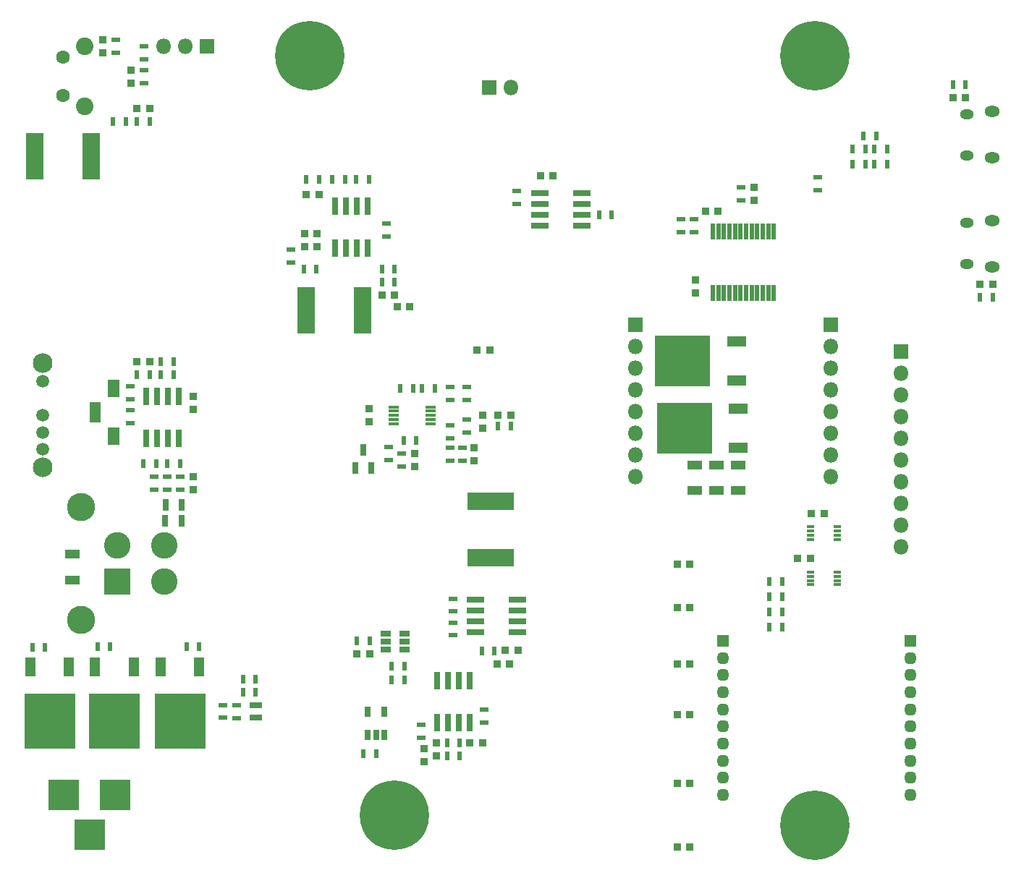
<source format=gbr>
G04 #@! TF.FileFunction,Soldermask,Bot*
%FSLAX46Y46*%
G04 Gerber Fmt 4.6, Leading zero omitted, Abs format (unit mm)*
G04 Created by KiCad (PCBNEW 4.0.7) date 11/28/18 07:40:14*
%MOMM*%
%LPD*%
G01*
G04 APERTURE LIST*
%ADD10C,0.100000*%
%ADD11C,8.101600*%
%ADD12R,0.901600X0.851600*%
%ADD13R,0.701600X2.101600*%
%ADD14O,1.601600X1.201600*%
%ADD15O,1.801600X1.301600*%
%ADD16R,0.851600X0.901600*%
%ADD17R,2.101600X5.401600*%
%ADD18R,3.601600X3.601600*%
%ADD19R,3.101600X3.101600*%
%ADD20C,3.101600*%
%ADD21C,3.301600*%
%ADD22R,1.451600X1.451600*%
%ADD23O,1.451600X1.451600*%
%ADD24R,1.801600X1.801600*%
%ADD25O,1.801600X1.801600*%
%ADD26R,1.301600X2.301600*%
%ADD27R,5.901600X6.501600*%
%ADD28R,0.501600X0.651600*%
%ADD29R,0.601600X1.001600*%
%ADD30R,1.001600X0.601600*%
%ADD31R,0.801600X1.401600*%
%ADD32R,0.740000X1.190000*%
%ADD33R,1.161600X0.751600*%
%ADD34R,2.101600X0.701600*%
%ADD35R,0.901600X0.401600*%
%ADD36R,1.701600X1.101600*%
%ADD37C,1.599600*%
%ADD38C,2.051600*%
%ADD39C,1.501600*%
%ADD40C,2.301600*%
%ADD41R,0.551600X1.851600*%
%ADD42R,5.401600X2.101600*%
%ADD43R,1.201600X0.351600*%
%ADD44R,0.740000X1.440000*%
%ADD45R,2.301600X1.301600*%
%ADD46R,6.501600X5.901600*%
%ADD47R,1.801600X1.001600*%
G04 APERTURE END LIST*
D10*
G36*
X12070020Y-45278280D02*
X12070020Y-47682020D01*
X10761290Y-47682020D01*
X10761290Y-45278280D01*
X12070020Y-45278280D01*
G37*
G36*
X14220020Y-42670440D02*
X14220020Y-44682020D01*
X12918039Y-44682020D01*
X12918039Y-42670440D01*
X14220020Y-42670440D01*
G37*
G36*
X14220020Y-48285250D02*
X14220020Y-50282020D01*
X12918857Y-50282020D01*
X12918857Y-48285250D01*
X14220020Y-48285250D01*
G37*
D11*
X36512500Y-4762500D03*
X95646240Y-4762500D03*
X95646240Y-94853760D03*
D12*
X81014020Y-69342020D03*
X79514020Y-69342020D03*
D13*
X51435020Y-77941020D03*
X52705020Y-77941020D03*
X55245020Y-77941020D03*
X55245020Y-82841020D03*
X53975020Y-82841020D03*
X52705020Y-82841020D03*
X51435020Y-82841020D03*
X53975020Y-77941020D03*
D14*
X113380000Y-29170000D03*
X113380000Y-24330000D03*
D15*
X116380000Y-29480000D03*
X116380000Y-24020000D03*
D16*
X51308020Y-86729020D03*
X51308020Y-85229020D03*
X49911020Y-87364020D03*
X49911020Y-85864020D03*
D12*
X55269020Y-85217020D03*
X56769020Y-85217020D03*
X17820968Y-10906658D03*
X16320968Y-10906658D03*
D16*
X37351830Y-25598682D03*
X37351830Y-27098682D03*
D12*
X37593830Y-21014682D03*
X36093830Y-21014682D03*
X44970020Y-32766020D03*
X46470020Y-32766020D03*
D16*
X56769020Y-48363020D03*
X56769020Y-46863020D03*
X35921810Y-25565662D03*
X35921810Y-27065662D03*
X22887770Y-54030938D03*
X22887770Y-55530938D03*
X22887770Y-46132938D03*
X22887770Y-44632938D03*
D12*
X16295770Y-40556938D03*
X17795770Y-40556938D03*
X65012020Y-18796020D03*
X63512020Y-18796020D03*
D16*
X12286000Y-4400000D03*
X12286000Y-2900000D03*
D12*
X114914000Y-31543248D03*
X116414000Y-31543248D03*
D16*
X88486000Y-20172000D03*
X88486000Y-21672000D03*
D12*
X93611020Y-63627020D03*
X95111020Y-63627020D03*
X96686097Y-58320007D03*
X95186097Y-58320007D03*
D16*
X81661020Y-30988020D03*
X81661020Y-32488020D03*
X55753020Y-50685020D03*
X55753020Y-52185020D03*
D12*
X42016000Y-74770000D03*
X43516000Y-74770000D03*
X59415000Y-74389000D03*
X60915000Y-74389000D03*
X59920020Y-75946020D03*
X58420020Y-75946020D03*
D17*
X42668020Y-34544020D03*
X36068020Y-34544020D03*
X4320020Y-16510020D03*
X10920020Y-16510020D03*
D18*
X13750000Y-91281900D03*
X7750000Y-91281900D03*
X10750000Y-95981900D03*
D19*
X14000000Y-66278800D03*
D20*
X14000000Y-62078800D03*
X19500000Y-66278800D03*
X19500000Y-62078800D03*
D21*
X9800000Y-70778800D03*
X9800000Y-57578800D03*
D22*
X84838000Y-73270000D03*
D23*
X84838000Y-75270000D03*
X84838000Y-77270000D03*
X84838000Y-79270000D03*
X84838000Y-81270000D03*
X84838000Y-83270000D03*
X84838000Y-85270000D03*
X84838000Y-87270000D03*
X84838000Y-89270000D03*
X84838000Y-91270000D03*
D22*
X106838000Y-73270000D03*
D23*
X106838000Y-75270000D03*
X106838000Y-77270000D03*
X106838000Y-79270000D03*
X106838000Y-81270000D03*
X106838000Y-83270000D03*
X106838000Y-85270000D03*
X106838000Y-87270000D03*
X106838000Y-89270000D03*
X106838000Y-91270000D03*
D24*
X74614000Y-36230000D03*
D25*
X74614000Y-38770000D03*
X74614000Y-41310000D03*
X74614000Y-43850000D03*
X74614000Y-46390000D03*
X74614000Y-48930000D03*
X74614000Y-51470000D03*
X74614000Y-54010000D03*
D24*
X97474000Y-36230000D03*
D25*
X97474000Y-38770000D03*
X97474000Y-41310000D03*
X97474000Y-43850000D03*
X97474000Y-46390000D03*
X97474000Y-48930000D03*
X97474000Y-51470000D03*
X97474000Y-54010000D03*
D24*
X57498000Y-8476000D03*
D25*
X60038000Y-8476000D03*
D26*
X19056020Y-76318020D03*
X23616020Y-76318020D03*
D27*
X21336020Y-82618020D03*
D26*
X11370000Y-76318020D03*
X15930000Y-76318020D03*
D27*
X13650000Y-82618020D03*
D26*
X3816020Y-76318020D03*
X8376020Y-76318020D03*
D27*
X6096020Y-82618020D03*
D28*
X29726020Y-82259020D03*
X30226020Y-82259020D03*
X30726020Y-82259020D03*
X30726020Y-80809020D03*
X30226020Y-80809020D03*
X29726020Y-80809020D03*
D29*
X42778000Y-86454000D03*
X44278000Y-86454000D03*
D30*
X49530020Y-83070020D03*
X49530020Y-84570020D03*
D29*
X54090020Y-86741020D03*
X52590020Y-86741020D03*
D30*
X56896020Y-82792020D03*
X56896020Y-81292020D03*
D29*
X52590020Y-85217020D03*
X54090020Y-85217020D03*
X13526968Y-12430658D03*
X15026968Y-12430658D03*
X16328568Y-12489058D03*
X17828568Y-12489058D03*
X36093830Y-19236682D03*
X37593830Y-19236682D03*
X41935830Y-19236682D03*
X43435830Y-19236682D03*
X39141830Y-19236682D03*
X40641830Y-19236682D03*
X44970020Y-29718020D03*
X46470020Y-29718020D03*
X46470020Y-31242020D03*
X44970020Y-31242020D03*
X60059020Y-48133020D03*
X58559020Y-48133020D03*
D30*
X34290020Y-27444020D03*
X34290020Y-28944020D03*
X47244020Y-51320020D03*
X47244020Y-52820020D03*
X45466020Y-25896020D03*
X45466020Y-24396020D03*
D29*
X35826020Y-29718020D03*
X37326020Y-29718020D03*
X23610020Y-73914020D03*
X22110020Y-73914020D03*
X13196020Y-73914020D03*
X11696020Y-73914020D03*
X5576020Y-74041020D03*
X4076020Y-74041020D03*
D30*
X27940020Y-80784020D03*
X27940020Y-82284020D03*
D29*
X28714020Y-77724020D03*
X30214020Y-77724020D03*
D30*
X26383000Y-80751000D03*
X26383000Y-82251000D03*
X18315770Y-54030938D03*
X18315770Y-55530938D03*
X21363770Y-55530938D03*
X21363770Y-54030938D03*
X19839770Y-54030938D03*
X19839770Y-55530938D03*
D29*
X18557770Y-52494938D03*
X17057770Y-52494938D03*
X21351770Y-52494938D03*
X19851770Y-52494938D03*
D31*
X19651770Y-57320938D03*
X21551770Y-57320938D03*
D30*
X15494020Y-46240020D03*
X15494020Y-47740020D03*
D29*
X19089770Y-40556938D03*
X20589770Y-40556938D03*
X17795770Y-42080938D03*
X16295770Y-42080938D03*
D30*
X15494020Y-44946020D03*
X15494020Y-43446020D03*
D29*
X20589770Y-42080938D03*
X19089770Y-42080938D03*
X71870020Y-23368020D03*
X70370020Y-23368020D03*
D30*
X60706000Y-20586020D03*
X60706000Y-22086020D03*
X13810000Y-2900000D03*
X13810000Y-4400000D03*
D29*
X100037618Y-17476082D03*
X101537618Y-17476082D03*
X100037618Y-15698082D03*
X101537618Y-15698082D03*
X102565618Y-17476082D03*
X104065618Y-17476082D03*
X102577618Y-15698082D03*
X104077618Y-15698082D03*
D30*
X95961618Y-20512082D03*
X95961618Y-19012082D03*
X86962000Y-20172000D03*
X86962000Y-21672000D03*
D29*
X116414000Y-33067248D03*
X114914000Y-33067248D03*
X90278513Y-68105849D03*
X91778513Y-68105849D03*
X90278513Y-69883849D03*
X91778513Y-69883849D03*
X91778513Y-66327849D03*
X90278513Y-66327849D03*
X91778513Y-71661849D03*
X90278513Y-71661849D03*
D30*
X52959020Y-50685020D03*
X52959020Y-52185020D03*
X54356020Y-52185020D03*
X54356020Y-50685020D03*
D29*
X46113020Y-76200020D03*
X47613020Y-76200020D03*
X46113020Y-77851020D03*
X47613020Y-77851020D03*
X58142020Y-74422020D03*
X56642020Y-74422020D03*
X43516000Y-73246000D03*
X42016000Y-73246000D03*
D30*
X53307000Y-69805000D03*
X53307000Y-68305000D03*
X53307000Y-72599000D03*
X53307000Y-71099000D03*
D32*
X45240000Y-81548000D03*
X43340000Y-81548000D03*
X43340000Y-84248000D03*
X44290000Y-84248000D03*
X45240000Y-84248000D03*
D13*
X39510830Y-22374682D03*
X40780830Y-22374682D03*
X43320830Y-22374682D03*
X43320830Y-27274682D03*
X42050830Y-27274682D03*
X40780830Y-27274682D03*
X39510830Y-27274682D03*
X42050830Y-22374682D03*
X21178370Y-49552538D03*
X19908370Y-49552538D03*
X17368370Y-49552538D03*
X17368370Y-44652538D03*
X18638370Y-44652538D03*
X19908370Y-44652538D03*
X21178370Y-44652538D03*
X18638370Y-49552538D03*
D33*
X45382000Y-74290000D03*
X45382000Y-73340000D03*
X45382000Y-72390000D03*
X47582000Y-72390000D03*
X47582000Y-74290000D03*
X47582000Y-73340000D03*
D34*
X55937000Y-72230000D03*
X55937000Y-70960000D03*
X55937000Y-68420000D03*
X60837000Y-68420000D03*
X60837000Y-69690000D03*
X60837000Y-70960000D03*
X60837000Y-72230000D03*
X55937000Y-69690000D03*
X68337600Y-20802600D03*
X68337600Y-22072600D03*
X68337600Y-24612600D03*
X63437600Y-24612600D03*
X63437600Y-23342600D03*
X63437600Y-22072600D03*
X63437600Y-20802600D03*
X68337600Y-23342600D03*
D35*
X98240497Y-65182407D03*
X98240497Y-65682407D03*
X98240497Y-66182407D03*
X98240497Y-66682407D03*
X95140497Y-66682407D03*
X95140497Y-66182407D03*
X95140497Y-65682407D03*
X95140497Y-65182407D03*
X98248097Y-59856007D03*
X98248097Y-60356007D03*
X98248097Y-60856007D03*
X98248097Y-61356007D03*
X95148097Y-61356007D03*
X95148097Y-60856007D03*
X95148097Y-60356007D03*
X95148097Y-59856007D03*
D30*
X45720020Y-50558020D03*
X45720020Y-52058020D03*
D29*
X30214020Y-79248020D03*
X28714020Y-79248020D03*
D36*
X8730000Y-66110000D03*
X8730000Y-63110000D03*
D24*
X24478000Y-3650000D03*
D25*
X21938000Y-3650000D03*
X19398000Y-3650000D03*
D24*
X105664000Y-39370000D03*
D25*
X105664000Y-41910000D03*
X105664000Y-44450000D03*
X105664000Y-46990000D03*
X105664000Y-49530000D03*
X105664000Y-52070000D03*
X105664000Y-54610000D03*
X105664000Y-57150000D03*
X105664000Y-59690000D03*
X105664000Y-62230000D03*
D37*
X7675000Y-4893800D03*
X7675000Y-9393800D03*
D38*
X10165000Y-3638800D03*
X10165000Y-10648800D03*
D39*
X5325000Y-50832600D03*
X5325000Y-48832600D03*
X5325000Y-46832600D03*
D40*
X5325000Y-52932600D03*
X5325000Y-40732600D03*
D39*
X5325000Y-42832600D03*
D30*
X17112000Y-3662000D03*
X17112000Y-5162000D03*
X17112000Y-6456000D03*
X17112000Y-7956000D03*
D16*
X15588000Y-7956000D03*
X15588000Y-6456000D03*
D41*
X83674020Y-25356020D03*
X84324020Y-25356020D03*
X84974020Y-25356020D03*
X85624020Y-25356020D03*
X86274020Y-25356020D03*
X86924020Y-25356020D03*
X87574020Y-25356020D03*
X88224020Y-25356020D03*
X88874020Y-25356020D03*
X89524020Y-25356020D03*
X90174020Y-25356020D03*
X90824020Y-25356020D03*
X90824020Y-32556020D03*
X90174020Y-32556020D03*
X89524020Y-32556020D03*
X88874020Y-32556020D03*
X88224020Y-32556020D03*
X87574020Y-32556020D03*
X86924020Y-32556020D03*
X86274020Y-32556020D03*
X85624020Y-32556020D03*
X84974020Y-32556020D03*
X84324020Y-32556020D03*
X83674020Y-32556020D03*
D30*
X81448176Y-23875744D03*
X81448176Y-25375744D03*
X79924176Y-23875744D03*
X79924176Y-25375744D03*
D12*
X113272020Y-9673024D03*
X111772020Y-9673024D03*
D42*
X57658020Y-56900020D03*
X57658020Y-63500020D03*
D14*
X113380000Y-16420000D03*
X113380000Y-11580000D03*
D15*
X116380000Y-16730000D03*
X116380000Y-11270000D03*
D31*
X19618750Y-59192918D03*
X21518750Y-59192918D03*
D29*
X111772020Y-8149024D03*
X113272020Y-8149024D03*
X101307618Y-14174082D03*
X102807618Y-14174082D03*
D12*
X82816020Y-22987020D03*
X84316020Y-22987020D03*
X48248020Y-34163020D03*
X46748020Y-34163020D03*
X57582520Y-39179520D03*
X56082520Y-39179520D03*
X81014020Y-64262020D03*
X79514020Y-64262020D03*
X81014020Y-97345520D03*
X79514020Y-97345520D03*
X81014020Y-89916020D03*
X79514020Y-89916020D03*
X81014020Y-81915020D03*
X79514020Y-81915020D03*
X81014020Y-75946020D03*
X79514020Y-75946020D03*
D11*
X46433740Y-93662500D03*
D12*
X60059020Y-46863020D03*
X58559020Y-46863020D03*
D16*
X43434020Y-47613020D03*
X43434020Y-46113020D03*
D30*
X54864020Y-43573020D03*
X54864020Y-45073020D03*
X52959020Y-43573020D03*
X52959020Y-45073020D03*
X52959020Y-49518020D03*
X52959020Y-48018020D03*
X54864020Y-47383020D03*
X54864020Y-48883020D03*
D29*
X47129020Y-43688020D03*
X48629020Y-43688020D03*
X49669020Y-43688020D03*
X51169020Y-43688020D03*
D43*
X50664020Y-45863020D03*
X50664020Y-46363020D03*
X50664020Y-46863020D03*
X50664020Y-47363020D03*
X50664020Y-47863020D03*
X46364020Y-47863020D03*
X46364020Y-47363020D03*
X46364020Y-46863020D03*
X46364020Y-46363020D03*
X46364020Y-45863020D03*
D16*
X48768020Y-52820020D03*
X48768020Y-51320020D03*
D44*
X42799020Y-50893020D03*
X41849020Y-52993020D03*
X43749020Y-52993020D03*
D29*
X47510020Y-49784020D03*
X49010020Y-49784020D03*
D45*
X86682020Y-46107020D03*
X86682020Y-50667020D03*
D46*
X80382020Y-48387020D03*
D45*
X86452020Y-38232020D03*
X86452020Y-42792020D03*
D46*
X80152020Y-40512020D03*
D47*
X81534020Y-55605020D03*
X81534020Y-52705020D03*
X84074020Y-55605020D03*
X84074020Y-52705020D03*
X86614020Y-55605020D03*
X86614020Y-52705020D03*
M02*

</source>
